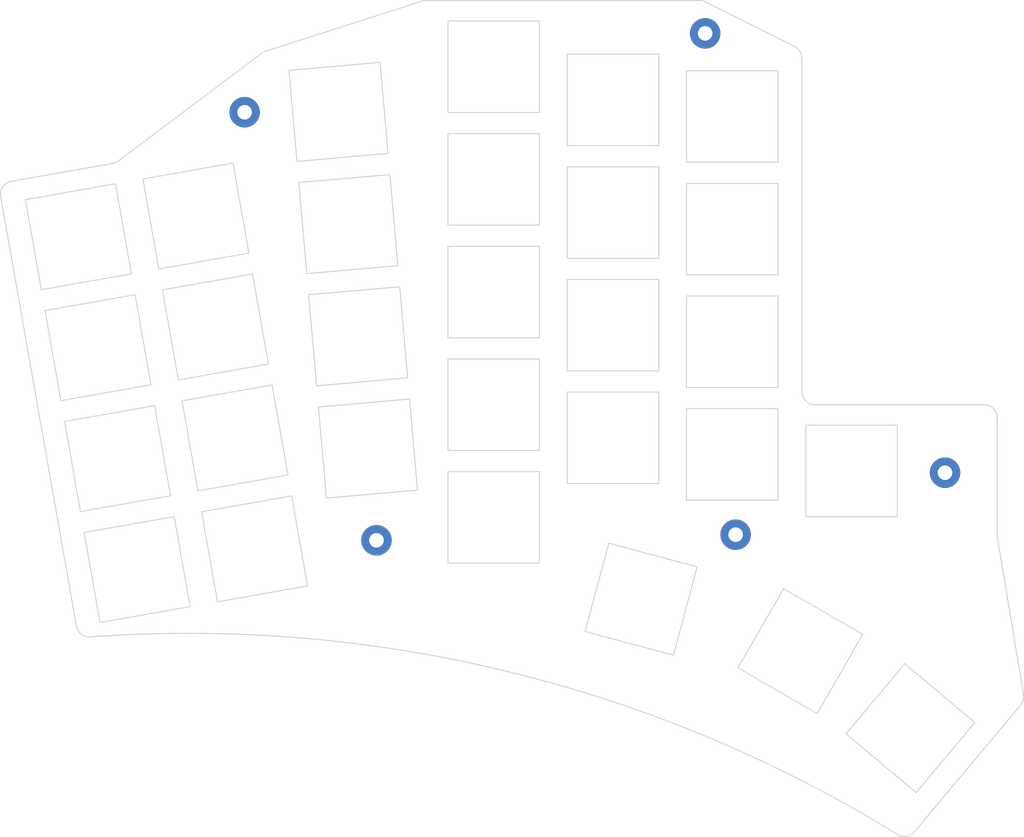
<source format=kicad_pcb>
(kicad_pcb (version 20240108) (generator "ergogen") (generator_version "4.1.0")
  (title_block (title "qapla_plate_choc") (date "2024-08-29") (rev "v1.0.0") (company "Unknown"))
  (layers (0 "F.Cu" signal) (31 "B.Cu" signal) (34 "B.Paste" user) (35 "F.Paste" user) (36 "B.SilkS" user "B.Silkscreen") (37 "F.SilkS" user "F.Silkscreen") (38 "B.Mask" user) (39 "F.Mask" user) (44 "Edge.Cuts" user))
  (net 0 "")
  (footprint "ceoloide:mounting_hole_plated" (layer "F.Cu") (at 137.8 44.599999999999994 0)
    (property "Reference" "H1" hide)
    (pad "" thru_hole circle (at 0 0 0) (size 4.6 4.6) (drill 2.2) (layers "*.Cu" "*.Mask"))
  )
  (footprint "ceoloide:mounting_hole_plated" (layer "F.Cu") (at 157.7 109.2 0)
    (property "Reference" "H2" hide)
    (pad "" thru_hole circle (at 0 0 0) (size 4.6 4.6) (drill 2.2) (layers "*.Cu" "*.Mask"))
  )
  (footprint "ceoloide:mounting_hole_plated" (layer "F.Cu") (at 207.3 32.7 0)
    (property "Reference" "H3" hide)
    (pad "" thru_hole circle (at 0 0 0) (size 4.6 4.6) (drill 2.2) (layers "*.Cu" "*.Mask"))
  )
  (footprint "ceoloide:mounting_hole_plated" (layer "F.Cu") (at 211.9 108.35 0)
    (property "Reference" "H4" hide)
    (pad "" thru_hole circle (at 0 0 0) (size 4.6 4.6) (drill 2.2) (layers "*.Cu" "*.Mask"))
  )
  (footprint "ceoloide:mounting_hole_plated" (layer "F.Cu") (at 243.5 99 0)
    (property "Reference" "H5" hide)
    (pad "" thru_hole circle (at 0 0 0) (size 4.6 4.6) (drill 2.2) (layers "*.Cu" "*.Mask"))
  )
  (gr_line (start 112.41612146766047 122.13354750570238) (end 100.99025906060282 57.33426183375843) (layer Edge.Cuts) (stroke (width 0.15)))
  (gr_line (start 102.61257818071924 55.01734994784417) (end 117.89788248484034 52.32213838072413) (layer Edge.Cuts) (stroke (width 0.15)))
  (gr_line (start 118.75230871386798 51.95122949357528) (end 140.36891154594556 35.702370783414466) (layer Edge.Cuts) (stroke (width 0.15)))
  (gr_line (start 140.96104917761136 35.39623986096209) (end 164.59566408286838 27.832703361681126) (layer Edge.Cuts) (stroke (width 0.15)))
  (gr_line (start 165.2052490631292 27.7375409) (end 206.42089269436943 27.7375409) (layer Edge.Cuts) (stroke (width 0.15)))
  (gr_line (start 207.31531989436945 27.948686499999994) (end 220.7874559 34.68475459262952) (layer Edge.Cuts) (stroke (width 0.15)))
  (gr_line (start 221.8930287 36.47360899262951) (end 221.8930287 86.7375409) (layer Edge.Cuts) (stroke (width 0.15)))
  (gr_line (start 223.8930287 88.7375409) (end 249.3930287 88.7375409) (layer Edge.Cuts) (stroke (width 0.15)))
  (gr_line (start 251.3930287 90.7375409) (end 251.3930287 108.57235164136341) (layer Edge.Cuts) (stroke (width 0.15)))
  (gr_line (start 251.42013130000004 108.90049164136349) (end 255.34141913312294 132.47670792711529) (layer Edge.Cuts) (stroke (width 0.15)))
  (gr_line (start 254.9006105918054 134.09042317635573) (end 238.89097308266068 153.16996618545056) (layer Edge.Cuts) (stroke (width 0.15)))
  (gr_arc (start 236.30812170000002 153.5861248) (mid 177.7724239 129.0719543) (end 114.5317934 123.78091090000001) (layer Edge.Cuts) (stroke (width 0.15)))
  (gr_arc (start 102.6125781636182 55.017349950859426) (mid 101.3215704636182 55.83981265085943) (end 100.9902590636182 57.33426185085943) (layer Edge.Cuts) (stroke (width 0.15)))
  (gr_arc (start 117.89788250194135 52.322138377708754) (mid 118.34698950194135 52.18711867770875) (end 118.75230870194135 51.95122947770875) (layer Edge.Cuts) (stroke (width 0.15)))
  (gr_arc (start 140.9610491578722 35.39623979928097) (mid 140.6521365578722 35.52446199928097) (end 140.3689115578722 35.70237079928097) (layer Edge.Cuts) (stroke (width 0.15)))
  (gr_arc (start 165.2052490631292 27.737540899999992) (mid 164.89676496312921 27.761474699999994) (end 164.5956640631292 27.83270329999999) (layer Edge.Cuts) (stroke (width 0.15)))
  (gr_arc (start 207.31531989436942 27.9486865) (mid 206.88039849436942 27.7910429) (end 206.42089269436943 27.7375409) (layer Edge.Cuts) (stroke (width 0.15)))
  (gr_arc (start 221.8930287 36.47360899262951) (mid 221.5943303 35.422146792629505) (end 220.7874559 34.68475459262951) (layer Edge.Cuts) (stroke (width 0.15)))
  (gr_arc (start 221.8930287 86.7375409) (mid 222.4788151 88.1517545) (end 223.8930287 88.7375409) (layer Edge.Cuts) (stroke (width 0.15)))
  (gr_arc (start 251.3930287 90.7375409) (mid 250.8072423 89.3233273) (end 249.3930287 88.7375409) (layer Edge.Cuts) (stroke (width 0.15)))
  (gr_arc (start 251.3930287 108.57235164136341) (mid 251.3998159 108.7369803413634) (end 251.4201313 108.90049164136342) (layer Edge.Cuts) (stroke (width 0.15)))
  (gr_arc (start 254.90061063312294 134.09042322711537) (mid 255.29783553312294 133.33186652711535) (end 255.34141923312293 132.47670792711537) (layer Edge.Cuts) (stroke (width 0.15)))
  (gr_arc (start 236.3081217 153.5861248) (mid 237.6770285 153.8589249) (end 238.8909731 153.1699663) (layer Edge.Cuts) (stroke (width 0.15)))
  (gr_arc (start 112.4161216 122.13354749999999) (mid 113.1570006 123.36428989999999) (end 114.5317935 123.78091089999998) (layer Edge.Cuts) (stroke (width 0.15)))
  (gr_line (start 115.9789818 121.6079593) (end 129.5693288 119.2116145) (layer Edge.Cuts) (stroke (width 0.15)))
  (gr_line (start 129.5693288 119.2116145) (end 127.172984 105.6212675) (layer Edge.Cuts) (stroke (width 0.15)))
  (gr_line (start 127.172984 105.6212675) (end 113.58263699999999 108.0176123) (layer Edge.Cuts) (stroke (width 0.15)))
  (gr_line (start 113.58263699999999 108.0176123) (end 115.9789818 121.6079593) (layer Edge.Cuts) (stroke (width 0.15)))
  (gr_line (start 113.0269628 104.86622750000001) (end 126.6173098 102.4698827) (layer Edge.Cuts) (stroke (width 0.15)))
  (gr_line (start 126.6173098 102.4698827) (end 124.220965 88.8795357) (layer Edge.Cuts) (stroke (width 0.15)))
  (gr_line (start 124.220965 88.8795357) (end 110.630618 91.2758805) (layer Edge.Cuts) (stroke (width 0.15)))
  (gr_line (start 110.630618 91.2758805) (end 113.0269628 104.86622750000001) (layer Edge.Cuts) (stroke (width 0.15)))
  (gr_line (start 110.0749438 88.12449570000001) (end 123.6652908 85.7281509) (layer Edge.Cuts) (stroke (width 0.15)))
  (gr_line (start 123.6652908 85.7281509) (end 121.268946 72.13780390000001) (layer Edge.Cuts) (stroke (width 0.15)))
  (gr_line (start 121.268946 72.13780390000001) (end 107.67859899999999 74.5341487) (layer Edge.Cuts) (stroke (width 0.15)))
  (gr_line (start 107.67859899999999 74.5341487) (end 110.0749438 88.12449570000001) (layer Edge.Cuts) (stroke (width 0.15)))
  (gr_line (start 107.1229248 71.3827639) (end 120.7132718 68.98641909999999) (layer Edge.Cuts) (stroke (width 0.15)))
  (gr_line (start 120.7132718 68.98641909999999) (end 118.316927 55.3960721) (layer Edge.Cuts) (stroke (width 0.15)))
  (gr_line (start 118.316927 55.3960721) (end 104.72658 57.7924169) (layer Edge.Cuts) (stroke (width 0.15)))
  (gr_line (start 104.72658 57.7924169) (end 107.1229248 71.3827639) (layer Edge.Cuts) (stroke (width 0.15)))
  (gr_line (start 133.7055214 118.48229210000001) (end 147.29586840000002 116.0859473) (layer Edge.Cuts) (stroke (width 0.15)))
  (gr_line (start 147.29586840000002 116.0859473) (end 144.8995236 102.4956003) (layer Edge.Cuts) (stroke (width 0.15)))
  (gr_line (start 144.8995236 102.4956003) (end 131.3091766 104.8919451) (layer Edge.Cuts) (stroke (width 0.15)))
  (gr_line (start 131.3091766 104.8919451) (end 133.7055214 118.48229210000001) (layer Edge.Cuts) (stroke (width 0.15)))
  (gr_line (start 130.7535024 101.74056030000001) (end 144.3438494 99.3442155) (layer Edge.Cuts) (stroke (width 0.15)))
  (gr_line (start 144.3438494 99.3442155) (end 141.9475046 85.75386850000001) (layer Edge.Cuts) (stroke (width 0.15)))
  (gr_line (start 141.9475046 85.75386850000001) (end 128.3571576 88.1502133) (layer Edge.Cuts) (stroke (width 0.15)))
  (gr_line (start 128.3571576 88.1502133) (end 130.7535024 101.74056030000001) (layer Edge.Cuts) (stroke (width 0.15)))
  (gr_line (start 127.8014833 84.9988285) (end 141.39183029999998 82.6024837) (layer Edge.Cuts) (stroke (width 0.15)))
  (gr_line (start 141.39183029999998 82.6024837) (end 138.9954855 69.0121367) (layer Edge.Cuts) (stroke (width 0.15)))
  (gr_line (start 138.9954855 69.0121367) (end 125.40513849999999 71.4084815) (layer Edge.Cuts) (stroke (width 0.15)))
  (gr_line (start 125.40513849999999 71.4084815) (end 127.8014833 84.9988285) (layer Edge.Cuts) (stroke (width 0.15)))
  (gr_line (start 124.8494643 68.2570967) (end 138.43981129999997 65.8607519) (layer Edge.Cuts) (stroke (width 0.15)))
  (gr_line (start 138.43981129999997 65.8607519) (end 136.0434665 52.2704049) (layer Edge.Cuts) (stroke (width 0.15)))
  (gr_line (start 136.0434665 52.2704049) (end 122.45311949999999 54.666749700000004) (layer Edge.Cuts) (stroke (width 0.15)))
  (gr_line (start 122.45311949999999 54.666749700000004) (end 124.8494643 68.2570967) (layer Edge.Cuts) (stroke (width 0.15)))
  (gr_line (start 150.1432865 102.82712590000001) (end 163.89077329999998 101.62437670000001) (layer Edge.Cuts) (stroke (width 0.15)))
  (gr_line (start 163.89077329999998 101.62437670000001) (end 162.6880241 87.87688990000001) (layer Edge.Cuts) (stroke (width 0.15)))
  (gr_line (start 162.6880241 87.87688990000001) (end 148.9405373 89.07963910000001) (layer Edge.Cuts) (stroke (width 0.15)))
  (gr_line (start 148.9405373 89.07963910000001) (end 150.1432865 102.82712590000001) (layer Edge.Cuts) (stroke (width 0.15)))
  (gr_line (start 148.6616388 85.891816) (end 162.40912559999998 84.6890668) (layer Edge.Cuts) (stroke (width 0.15)))
  (gr_line (start 162.40912559999998 84.6890668) (end 161.2063764 70.94158) (layer Edge.Cuts) (stroke (width 0.15)))
  (gr_line (start 161.2063764 70.94158) (end 147.4588896 72.1443292) (layer Edge.Cuts) (stroke (width 0.15)))
  (gr_line (start 147.4588896 72.1443292) (end 148.6616388 85.891816) (layer Edge.Cuts) (stroke (width 0.15)))
  (gr_line (start 147.1799912 68.9565061) (end 160.927478 67.7537569) (layer Edge.Cuts) (stroke (width 0.15)))
  (gr_line (start 160.927478 67.7537569) (end 159.72472879999998 54.006270099999995) (layer Edge.Cuts) (stroke (width 0.15)))
  (gr_line (start 159.72472879999998 54.006270099999995) (end 145.977242 55.209019299999994) (layer Edge.Cuts) (stroke (width 0.15)))
  (gr_line (start 145.977242 55.209019299999994) (end 147.1799912 68.9565061) (layer Edge.Cuts) (stroke (width 0.15)))
  (gr_line (start 145.6983435 52.02119619999999) (end 159.4458303 50.81844699999999) (layer Edge.Cuts) (stroke (width 0.15)))
  (gr_line (start 159.4458303 50.81844699999999) (end 158.24308109999998 37.070960199999995) (layer Edge.Cuts) (stroke (width 0.15)))
  (gr_line (start 158.24308109999998 37.070960199999995) (end 144.4955943 38.273709399999994) (layer Edge.Cuts) (stroke (width 0.15)))
  (gr_line (start 144.4955943 38.273709399999994) (end 145.6983435 52.02119619999999) (layer Edge.Cuts) (stroke (width 0.15)))
  (gr_line (start 168.4930288 112.6375409) (end 182.2930288 112.6375409) (layer Edge.Cuts) (stroke (width 0.15)))
  (gr_line (start 182.2930288 112.6375409) (end 182.2930288 98.83754090000001) (layer Edge.Cuts) (stroke (width 0.15)))
  (gr_line (start 182.2930288 98.83754090000001) (end 168.4930288 98.83754090000001) (layer Edge.Cuts) (stroke (width 0.15)))
  (gr_line (start 168.4930288 98.83754090000001) (end 168.4930288 112.6375409) (layer Edge.Cuts) (stroke (width 0.15)))
  (gr_line (start 168.4930288 95.6375409) (end 182.2930288 95.6375409) (layer Edge.Cuts) (stroke (width 0.15)))
  (gr_line (start 182.2930288 95.6375409) (end 182.2930288 81.83754090000001) (layer Edge.Cuts) (stroke (width 0.15)))
  (gr_line (start 182.2930288 81.83754090000001) (end 168.4930288 81.83754090000001) (layer Edge.Cuts) (stroke (width 0.15)))
  (gr_line (start 168.4930288 81.83754090000001) (end 168.4930288 95.6375409) (layer Edge.Cuts) (stroke (width 0.15)))
  (gr_line (start 168.4930288 78.6375409) (end 182.2930288 78.6375409) (layer Edge.Cuts) (stroke (width 0.15)))
  (gr_line (start 182.2930288 78.6375409) (end 182.2930288 64.83754090000001) (layer Edge.Cuts) (stroke (width 0.15)))
  (gr_line (start 182.2930288 64.83754090000001) (end 168.4930288 64.83754090000001) (layer Edge.Cuts) (stroke (width 0.15)))
  (gr_line (start 168.4930288 64.83754090000001) (end 168.4930288 78.6375409) (layer Edge.Cuts) (stroke (width 0.15)))
  (gr_line (start 168.4930287 61.6375409) (end 182.2930287 61.6375409) (layer Edge.Cuts) (stroke (width 0.15)))
  (gr_line (start 182.2930287 61.6375409) (end 182.2930287 47.83754089999999) (layer Edge.Cuts) (stroke (width 0.15)))
  (gr_line (start 182.2930287 47.83754089999999) (end 168.4930287 47.83754089999999) (layer Edge.Cuts) (stroke (width 0.15)))
  (gr_line (start 168.4930287 47.83754089999999) (end 168.4930287 61.6375409) (layer Edge.Cuts) (stroke (width 0.15)))
  (gr_line (start 168.4930287 44.6375409) (end 182.2930287 44.6375409) (layer Edge.Cuts) (stroke (width 0.15)))
  (gr_line (start 182.2930287 44.6375409) (end 182.2930287 30.837540899999997) (layer Edge.Cuts) (stroke (width 0.15)))
  (gr_line (start 182.2930287 30.837540899999997) (end 168.4930287 30.837540899999997) (layer Edge.Cuts) (stroke (width 0.15)))
  (gr_line (start 168.4930287 30.837540899999997) (end 168.4930287 44.6375409) (layer Edge.Cuts) (stroke (width 0.15)))
  (gr_line (start 186.4930287 100.6375409) (end 200.2930287 100.6375409) (layer Edge.Cuts) (stroke (width 0.15)))
  (gr_line (start 200.2930287 100.6375409) (end 200.2930287 86.83754090000001) (layer Edge.Cuts) (stroke (width 0.15)))
  (gr_line (start 200.2930287 86.83754090000001) (end 186.4930287 86.83754090000001) (layer Edge.Cuts) (stroke (width 0.15)))
  (gr_line (start 186.4930287 86.83754090000001) (end 186.4930287 100.6375409) (layer Edge.Cuts) (stroke (width 0.15)))
  (gr_line (start 186.4930287 83.6375409) (end 200.2930287 83.6375409) (layer Edge.Cuts) (stroke (width 0.15)))
  (gr_line (start 200.2930287 83.6375409) (end 200.2930287 69.83754090000001) (layer Edge.Cuts) (stroke (width 0.15)))
  (gr_line (start 200.2930287 69.83754090000001) (end 186.4930287 69.83754090000001) (layer Edge.Cuts) (stroke (width 0.15)))
  (gr_line (start 186.4930287 69.83754090000001) (end 186.4930287 83.6375409) (layer Edge.Cuts) (stroke (width 0.15)))
  (gr_line (start 186.4930287 66.6375409) (end 200.2930287 66.6375409) (layer Edge.Cuts) (stroke (width 0.15)))
  (gr_line (start 200.2930287 66.6375409) (end 200.2930287 52.83754090000001) (layer Edge.Cuts) (stroke (width 0.15)))
  (gr_line (start 200.2930287 52.83754090000001) (end 186.4930287 52.83754090000001) (layer Edge.Cuts) (stroke (width 0.15)))
  (gr_line (start 186.4930287 52.83754090000001) (end 186.4930287 66.6375409) (layer Edge.Cuts) (stroke (width 0.15)))
  (gr_line (start 186.4930286 49.6375409) (end 200.2930286 49.6375409) (layer Edge.Cuts) (stroke (width 0.15)))
  (gr_line (start 200.2930286 49.6375409) (end 200.2930286 35.83754089999999) (layer Edge.Cuts) (stroke (width 0.15)))
  (gr_line (start 200.2930286 35.83754089999999) (end 186.4930286 35.83754089999999) (layer Edge.Cuts) (stroke (width 0.15)))
  (gr_line (start 186.4930286 35.83754089999999) (end 186.4930286 49.6375409) (layer Edge.Cuts) (stroke (width 0.15)))
  (gr_line (start 204.4930287 103.137541) (end 218.2930287 103.137541) (layer Edge.Cuts) (stroke (width 0.15)))
  (gr_line (start 218.2930287 103.137541) (end 218.2930287 89.337541) (layer Edge.Cuts) (stroke (width 0.15)))
  (gr_line (start 218.2930287 89.337541) (end 204.4930287 89.337541) (layer Edge.Cuts) (stroke (width 0.15)))
  (gr_line (start 204.4930287 89.337541) (end 204.4930287 103.137541) (layer Edge.Cuts) (stroke (width 0.15)))
  (gr_line (start 204.4930287 86.137541) (end 218.2930287 86.137541) (layer Edge.Cuts) (stroke (width 0.15)))
  (gr_line (start 218.2930287 86.137541) (end 218.2930287 72.337541) (layer Edge.Cuts) (stroke (width 0.15)))
  (gr_line (start 218.2930287 72.337541) (end 204.4930287 72.337541) (layer Edge.Cuts) (stroke (width 0.15)))
  (gr_line (start 204.4930287 72.337541) (end 204.4930287 86.137541) (layer Edge.Cuts) (stroke (width 0.15)))
  (gr_line (start 204.4930287 69.137541) (end 218.2930287 69.137541) (layer Edge.Cuts) (stroke (width 0.15)))
  (gr_line (start 218.2930287 69.137541) (end 218.2930287 55.337541) (layer Edge.Cuts) (stroke (width 0.15)))
  (gr_line (start 218.2930287 55.337541) (end 204.4930287 55.337541) (layer Edge.Cuts) (stroke (width 0.15)))
  (gr_line (start 204.4930287 55.337541) (end 204.4930287 69.137541) (layer Edge.Cuts) (stroke (width 0.15)))
  (gr_line (start 204.4930287 52.137541) (end 218.2930287 52.137541) (layer Edge.Cuts) (stroke (width 0.15)))
  (gr_line (start 218.2930287 52.137541) (end 218.2930287 38.337541) (layer Edge.Cuts) (stroke (width 0.15)))
  (gr_line (start 218.2930287 38.337541) (end 204.4930287 38.337541) (layer Edge.Cuts) (stroke (width 0.15)))
  (gr_line (start 204.4930287 38.337541) (end 204.4930287 52.137541) (layer Edge.Cuts) (stroke (width 0.15)))
  (gr_line (start 222.4930287 105.6375409) (end 236.2930287 105.6375409) (layer Edge.Cuts) (stroke (width 0.15)))
  (gr_line (start 236.2930287 105.6375409) (end 236.2930287 91.83754090000001) (layer Edge.Cuts) (stroke (width 0.15)))
  (gr_line (start 236.2930287 91.83754090000001) (end 222.4930287 91.83754090000001) (layer Edge.Cuts) (stroke (width 0.15)))
  (gr_line (start 222.4930287 91.83754090000001) (end 222.4930287 105.6375409) (layer Edge.Cuts) (stroke (width 0.15)))
  (gr_line (start 189.18492980000002 122.9650469) (end 202.5147062 126.5367497) (layer Edge.Cuts) (stroke (width 0.15)))
  (gr_line (start 202.5147062 126.5367497) (end 206.086409 113.2069733) (layer Edge.Cuts) (stroke (width 0.15)))
  (gr_line (start 206.086409 113.2069733) (end 192.75663260000002 109.6352705) (layer Edge.Cuts) (stroke (width 0.15)))
  (gr_line (start 192.75663260000002 109.6352705) (end 189.18492980000002 122.9650469) (layer Edge.Cuts) (stroke (width 0.15)))
  (gr_line (start 224.19475369999998 135.3473828) (end 231.09475369999998 123.3962322) (layer Edge.Cuts) (stroke (width 0.15)))
  (gr_line (start 231.09475369999998 123.3962322) (end 219.14360309999998 116.49623220000001) (layer Edge.Cuts) (stroke (width 0.15)))
  (gr_line (start 219.14360309999998 116.49623220000001) (end 212.24360309999997 128.4473828) (layer Edge.Cuts) (stroke (width 0.15)))
  (gr_line (start 212.24360309999997 128.4473828) (end 224.19475369999998 135.3473828) (layer Edge.Cuts) (stroke (width 0.15)))
  (gr_line (start 239.1397787 147.2728455) (end 248.0102477 136.7014321) (layer Edge.Cuts) (stroke (width 0.15)))
  (gr_line (start 248.0102477 136.7014321) (end 237.4388343 127.83096309999999) (layer Edge.Cuts) (stroke (width 0.15)))
  (gr_line (start 237.4388343 127.83096309999999) (end 228.5683653 138.4023765) (layer Edge.Cuts) (stroke (width 0.15)))
  (gr_line (start 228.5683653 138.4023765) (end 239.1397787 147.2728455) (layer Edge.Cuts) (stroke (width 0.15)))
)
</source>
